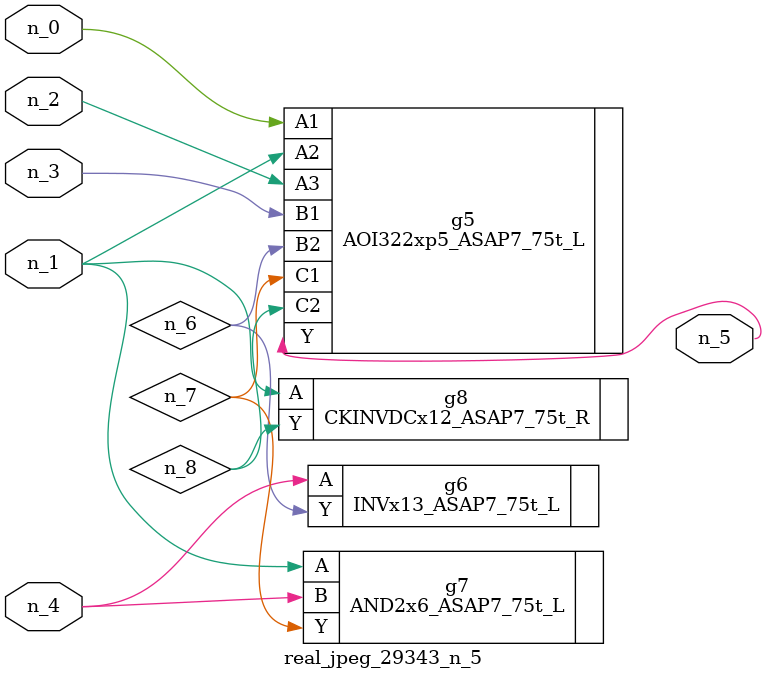
<source format=v>
module real_jpeg_29343_n_5 (n_4, n_0, n_1, n_2, n_3, n_5);

input n_4;
input n_0;
input n_1;
input n_2;
input n_3;

output n_5;

wire n_8;
wire n_6;
wire n_7;

AOI322xp5_ASAP7_75t_L g5 ( 
.A1(n_0),
.A2(n_1),
.A3(n_2),
.B1(n_3),
.B2(n_6),
.C1(n_7),
.C2(n_8),
.Y(n_5)
);

AND2x6_ASAP7_75t_L g7 ( 
.A(n_1),
.B(n_4),
.Y(n_7)
);

CKINVDCx12_ASAP7_75t_R g8 ( 
.A(n_1),
.Y(n_8)
);

INVx13_ASAP7_75t_L g6 ( 
.A(n_4),
.Y(n_6)
);


endmodule
</source>
